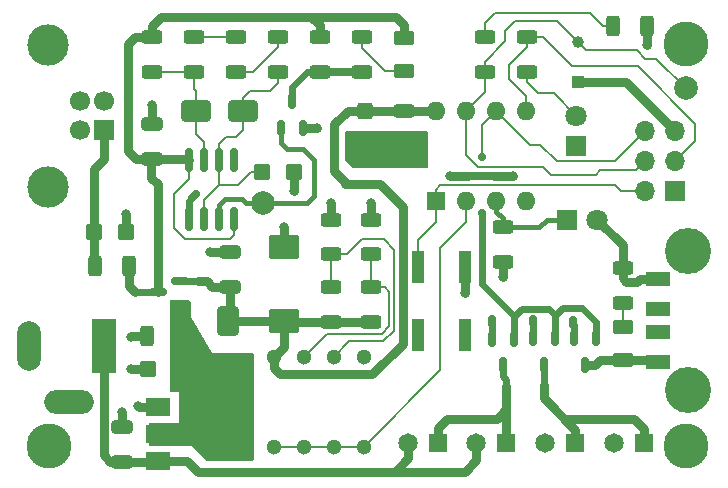
<source format=gbr>
%TF.GenerationSoftware,KiCad,Pcbnew,7.0.5*%
%TF.CreationDate,2023-11-16T23:15:32+01:00*%
%TF.ProjectId,STGSv0.2,53544753-7630-42e3-922e-6b696361645f,rev?*%
%TF.SameCoordinates,Original*%
%TF.FileFunction,Copper,L1,Top*%
%TF.FilePolarity,Positive*%
%FSLAX46Y46*%
G04 Gerber Fmt 4.6, Leading zero omitted, Abs format (unit mm)*
G04 Created by KiCad (PCBNEW 7.0.5) date 2023-11-16 23:15:32*
%MOMM*%
%LPD*%
G01*
G04 APERTURE LIST*
G04 Aperture macros list*
%AMRoundRect*
0 Rectangle with rounded corners*
0 $1 Rounding radius*
0 $2 $3 $4 $5 $6 $7 $8 $9 X,Y pos of 4 corners*
0 Add a 4 corners polygon primitive as box body*
4,1,4,$2,$3,$4,$5,$6,$7,$8,$9,$2,$3,0*
0 Add four circle primitives for the rounded corners*
1,1,$1+$1,$2,$3*
1,1,$1+$1,$4,$5*
1,1,$1+$1,$6,$7*
1,1,$1+$1,$8,$9*
0 Add four rect primitives between the rounded corners*
20,1,$1+$1,$2,$3,$4,$5,0*
20,1,$1+$1,$4,$5,$6,$7,0*
20,1,$1+$1,$6,$7,$8,$9,0*
20,1,$1+$1,$8,$9,$2,$3,0*%
G04 Aperture macros list end*
%TA.AperFunction,SMDPad,CuDef*%
%ADD10RoundRect,0.250000X1.025000X-0.787500X1.025000X0.787500X-1.025000X0.787500X-1.025000X-0.787500X0*%
%TD*%
%TA.AperFunction,SMDPad,CuDef*%
%ADD11RoundRect,0.250000X0.650000X-0.325000X0.650000X0.325000X-0.650000X0.325000X-0.650000X-0.325000X0*%
%TD*%
%TA.AperFunction,ComponentPad*%
%ADD12R,1.800000X1.800000*%
%TD*%
%TA.AperFunction,ComponentPad*%
%ADD13C,1.800000*%
%TD*%
%TA.AperFunction,SMDPad,CuDef*%
%ADD14RoundRect,0.250000X-0.625000X0.312500X-0.625000X-0.312500X0.625000X-0.312500X0.625000X0.312500X0*%
%TD*%
%TA.AperFunction,ComponentPad*%
%ADD15C,1.650000*%
%TD*%
%TA.AperFunction,ComponentPad*%
%ADD16R,1.650000X1.650000*%
%TD*%
%TA.AperFunction,SMDPad,CuDef*%
%ADD17R,2.000000X1.500000*%
%TD*%
%TA.AperFunction,SMDPad,CuDef*%
%ADD18R,2.000000X3.800000*%
%TD*%
%TA.AperFunction,SMDPad,CuDef*%
%ADD19RoundRect,0.150000X-0.150000X0.512500X-0.150000X-0.512500X0.150000X-0.512500X0.150000X0.512500X0*%
%TD*%
%TA.AperFunction,SMDPad,CuDef*%
%ADD20RoundRect,0.250000X0.625000X-0.312500X0.625000X0.312500X-0.625000X0.312500X-0.625000X-0.312500X0*%
%TD*%
%TA.AperFunction,ComponentPad*%
%ADD21R,1.600000X1.600000*%
%TD*%
%TA.AperFunction,ComponentPad*%
%ADD22O,1.600000X1.600000*%
%TD*%
%TA.AperFunction,SMDPad,CuDef*%
%ADD23R,1.000000X2.750000*%
%TD*%
%TA.AperFunction,SMDPad,CuDef*%
%ADD24RoundRect,0.150000X0.150000X-0.512500X0.150000X0.512500X-0.150000X0.512500X-0.150000X-0.512500X0*%
%TD*%
%TA.AperFunction,SMDPad,CuDef*%
%ADD25RoundRect,0.150000X0.150000X-0.825000X0.150000X0.825000X-0.150000X0.825000X-0.150000X-0.825000X0*%
%TD*%
%TA.AperFunction,SMDPad,CuDef*%
%ADD26RoundRect,0.250000X0.312500X0.625000X-0.312500X0.625000X-0.312500X-0.625000X0.312500X-0.625000X0*%
%TD*%
%TA.AperFunction,ComponentPad*%
%ADD27R,1.700000X1.700000*%
%TD*%
%TA.AperFunction,ComponentPad*%
%ADD28C,1.700000*%
%TD*%
%TA.AperFunction,ComponentPad*%
%ADD29C,3.500000*%
%TD*%
%TA.AperFunction,ComponentPad*%
%ADD30C,2.600000*%
%TD*%
%TA.AperFunction,ConnectorPad*%
%ADD31C,3.800000*%
%TD*%
%TA.AperFunction,SMDPad,CuDef*%
%ADD32RoundRect,0.250000X-0.450000X-0.425000X0.450000X-0.425000X0.450000X0.425000X-0.450000X0.425000X0*%
%TD*%
%TA.AperFunction,SMDPad,CuDef*%
%ADD33R,2.000000X1.200000*%
%TD*%
%TA.AperFunction,ComponentPad*%
%ADD34C,3.900000*%
%TD*%
%TA.AperFunction,SMDPad,CuDef*%
%ADD35C,2.000000*%
%TD*%
%TA.AperFunction,SMDPad,CuDef*%
%ADD36RoundRect,0.250000X0.625000X-0.375000X0.625000X0.375000X-0.625000X0.375000X-0.625000X-0.375000X0*%
%TD*%
%TA.AperFunction,SMDPad,CuDef*%
%ADD37RoundRect,0.250000X0.450000X0.425000X-0.450000X0.425000X-0.450000X-0.425000X0.450000X-0.425000X0*%
%TD*%
%TA.AperFunction,ComponentPad*%
%ADD38R,1.000000X1.000000*%
%TD*%
%TA.AperFunction,ComponentPad*%
%ADD39C,1.000000*%
%TD*%
%TA.AperFunction,SMDPad,CuDef*%
%ADD40RoundRect,0.150000X0.587500X0.150000X-0.587500X0.150000X-0.587500X-0.150000X0.587500X-0.150000X0*%
%TD*%
%TA.AperFunction,ComponentPad*%
%ADD41R,2.000000X4.600000*%
%TD*%
%TA.AperFunction,ComponentPad*%
%ADD42O,2.000000X4.200000*%
%TD*%
%TA.AperFunction,ComponentPad*%
%ADD43O,4.200000X2.000000*%
%TD*%
%TA.AperFunction,ComponentPad*%
%ADD44C,1.300000*%
%TD*%
%TA.AperFunction,SMDPad,CuDef*%
%ADD45RoundRect,0.250000X-0.650000X0.325000X-0.650000X-0.325000X0.650000X-0.325000X0.650000X0.325000X0*%
%TD*%
%TA.AperFunction,ComponentPad*%
%ADD46O,1.700000X1.700000*%
%TD*%
%TA.AperFunction,SMDPad,CuDef*%
%ADD47RoundRect,0.250000X1.000000X0.650000X-1.000000X0.650000X-1.000000X-0.650000X1.000000X-0.650000X0*%
%TD*%
%TA.AperFunction,SMDPad,CuDef*%
%ADD48RoundRect,0.250000X-0.650000X1.000000X-0.650000X-1.000000X0.650000X-1.000000X0.650000X1.000000X0*%
%TD*%
%TA.AperFunction,SMDPad,CuDef*%
%ADD49RoundRect,0.250000X-0.425000X0.450000X-0.425000X-0.450000X0.425000X-0.450000X0.425000X0.450000X0*%
%TD*%
%TA.AperFunction,ViaPad*%
%ADD50C,0.800000*%
%TD*%
%TA.AperFunction,ViaPad*%
%ADD51C,0.700000*%
%TD*%
%TA.AperFunction,Conductor*%
%ADD52C,0.200000*%
%TD*%
%TA.AperFunction,Conductor*%
%ADD53C,0.800000*%
%TD*%
%TA.AperFunction,Conductor*%
%ADD54C,0.600000*%
%TD*%
%TA.AperFunction,Conductor*%
%ADD55C,0.700000*%
%TD*%
%TA.AperFunction,Conductor*%
%ADD56C,0.400000*%
%TD*%
G04 APERTURE END LIST*
D10*
%TO.P,C9,1*%
%TO.N,+5V*%
X48895000Y-117412500D03*
%TO.P,C9,2*%
%TO.N,GND*%
X48895000Y-111187500D03*
%TD*%
D11*
%TO.P,C7,1*%
%TO.N,+9V*%
X35255200Y-129338600D03*
%TO.P,C7,2*%
%TO.N,GND*%
X35255200Y-126388600D03*
%TD*%
D12*
%TO.P,D2,1,K*%
%TO.N,GND*%
X73685400Y-102570200D03*
D13*
%TO.P,D2,2,A*%
%TO.N,Net-(D2-A)*%
X73685400Y-100030200D03*
%TD*%
D14*
%TO.P,R7,1*%
%TO.N,Net-(R10-Pad2)*%
X65913000Y-93393800D03*
%TO.P,R7,2*%
%TO.N,SCK*%
X65913000Y-96318800D03*
%TD*%
D15*
%TO.P,J6,1,Pin_1*%
%TO.N,+5V*%
X76911200Y-127762000D03*
D16*
%TO.P,J6,2,Pin_2*%
%TO.N,Net-(J6-Pin_2)*%
X79451200Y-127762000D03*
%TD*%
D11*
%TO.P,C8,1*%
%TO.N,+5V*%
X44323000Y-114505000D03*
%TO.P,C8,2*%
%TO.N,GND*%
X44323000Y-111555000D03*
%TD*%
D17*
%TO.P,U2,1,GND*%
%TO.N,GND*%
X38248200Y-124674600D03*
%TO.P,U2,2,VO*%
%TO.N,+5VL*%
X38248200Y-126974600D03*
D18*
X44548200Y-126974600D03*
D17*
%TO.P,U2,3,VI*%
%TO.N,+9V*%
X38248200Y-129274600D03*
%TD*%
D19*
%TO.P,Q4,1,B*%
%TO.N,MISO*%
X71907400Y-118897400D03*
%TO.P,Q4,2,E*%
%TO.N,GND*%
X70007400Y-118897400D03*
%TO.P,Q4,3,C*%
%TO.N,Net-(J6-Pin_2)*%
X70957400Y-121172400D03*
%TD*%
D20*
%TO.P,R6,1*%
%TO.N,Net-(Q2-C)*%
X55499000Y-96318800D03*
%TO.P,R6,2*%
%TO.N,Net-(D1-K)*%
X55499000Y-93393800D03*
%TD*%
D21*
%TO.P,U1,1,~{RESET}/PB5*%
%TO.N,RST*%
X61808200Y-107254200D03*
D22*
%TO.P,U1,2,XTAL1/PB3*%
%TO.N,ADC3*%
X64348200Y-107254200D03*
%TO.P,U1,3,XTAL2/PB4*%
%TO.N,ADC2*%
X66888200Y-107254200D03*
%TO.P,U1,4,GND*%
%TO.N,GND*%
X69428200Y-107254200D03*
%TO.P,U1,5,AREF/PB0*%
%TO.N,MOSI*%
X69428200Y-99634200D03*
%TO.P,U1,6,PB1*%
%TO.N,MISO*%
X66888200Y-99634200D03*
%TO.P,U1,7,PB2*%
%TO.N,SCK*%
X64348200Y-99634200D03*
%TO.P,U1,8,VCC*%
%TO.N,+5V*%
X61808200Y-99634200D03*
%TD*%
D23*
%TO.P,SW1,1,1*%
%TO.N,unconnected-(SW1-Pad1)*%
X60280798Y-118572001D03*
%TO.P,SW1,2,2*%
%TO.N,RST*%
X60280798Y-112821999D03*
%TO.P,SW1,3,K*%
%TO.N,unconnected-(SW1-K-Pad3)*%
X64280800Y-118572001D03*
%TO.P,SW1,4,A*%
%TO.N,GND*%
X64280800Y-112821999D03*
%TD*%
D24*
%TO.P,Q2,1,B*%
%TO.N,Q*%
X48646000Y-101079300D03*
%TO.P,Q2,2,E*%
%TO.N,GND*%
X50546000Y-101079300D03*
%TO.P,Q2,3,C*%
%TO.N,Net-(Q2-C)*%
X49596000Y-98804300D03*
%TD*%
D25*
%TO.P,U3,1,GND*%
%TO.N,GND*%
X40868600Y-108761300D03*
%TO.P,U3,2,TR*%
%TO.N,Net-(D6-K)*%
X42138600Y-108761300D03*
%TO.P,U3,3,Q*%
%TO.N,Q*%
X43408600Y-108761300D03*
%TO.P,U3,4,R*%
%TO.N,VBUS*%
X44678600Y-108761300D03*
%TO.P,U3,5,CV*%
%TO.N,unconnected-(U3-CV-Pad5)*%
X44678600Y-103811300D03*
%TO.P,U3,6,THR*%
%TO.N,Net-(D6-K)*%
X43408600Y-103811300D03*
%TO.P,U3,7,DIS*%
%TO.N,Net-(D6-A)*%
X42138600Y-103811300D03*
%TO.P,U3,8,VCC*%
%TO.N,VBUS*%
X40868600Y-103811300D03*
%TD*%
D26*
%TO.P,R10,1*%
%TO.N,GND*%
X79694500Y-92456000D03*
%TO.P,R10,2*%
%TO.N,Net-(R10-Pad2)*%
X76769500Y-92456000D03*
%TD*%
D11*
%TO.P,C1,1*%
%TO.N,VBUS*%
X37719000Y-103695500D03*
%TO.P,C1,2*%
%TO.N,GND*%
X37719000Y-100745500D03*
%TD*%
D27*
%TO.P,J1,1,VBUS*%
%TO.N,Net-(J1-VBUS)*%
X33699200Y-101280600D03*
D28*
%TO.P,J1,2,D-*%
%TO.N,unconnected-(J1-D--Pad2)*%
X33699200Y-98780600D03*
%TO.P,J1,3,D+*%
%TO.N,unconnected-(J1-D+-Pad3)*%
X31699200Y-98780600D03*
%TO.P,J1,4,GND*%
%TO.N,GND*%
X31699200Y-101280600D03*
D29*
%TO.P,J1,5,Shield*%
%TO.N,unconnected-(J1-Shield-Pad5)*%
X28989200Y-106050600D03*
X28989200Y-94010600D03*
%TD*%
D14*
%TO.P,R18,1*%
%TO.N,+5V*%
X77622400Y-112939100D03*
%TO.P,R18,2*%
%TO.N,Net-(D5-A)*%
X77622400Y-115864100D03*
%TD*%
D20*
%TO.P,R17,1*%
%TO.N,GND*%
X67437000Y-112409700D03*
%TO.P,R17,2*%
%TO.N,ADC2*%
X67437000Y-109484700D03*
%TD*%
D30*
%TO.P,H1,1,1*%
%TO.N,unconnected-(H1-Pad1)*%
X29000000Y-128000000D03*
D31*
X29000000Y-128000000D03*
%TD*%
D30*
%TO.P,H2,1,1*%
%TO.N,unconnected-(H2-Pad1)*%
X83000000Y-128000000D03*
D31*
X83000000Y-128000000D03*
%TD*%
D14*
%TO.P,R14,1*%
%TO.N,GND*%
X56335400Y-108858600D03*
%TO.P,R14,2*%
%TO.N,Net-(S1-NO_3)*%
X56335400Y-111783600D03*
%TD*%
D32*
%TO.P,C5,1*%
%TO.N,Net-(J1-VBUS)*%
X32874500Y-109855000D03*
%TO.P,C5,2*%
%TO.N,GND*%
X35574500Y-109855000D03*
%TD*%
D15*
%TO.P,J7,1,Pin_1*%
%TO.N,+5V*%
X71069200Y-127762000D03*
D16*
%TO.P,J7,2,Pin_2*%
%TO.N,Net-(J6-Pin_2)*%
X73609200Y-127762000D03*
%TD*%
D30*
%TO.P,H3,1,1*%
%TO.N,unconnected-(H3-Pad1)*%
X83000000Y-94000000D03*
D31*
X83000000Y-94000000D03*
%TD*%
D20*
%TO.P,R4,1*%
%TO.N,Net-(D6-K)*%
X48387000Y-96318800D03*
%TO.P,R4,2*%
%TO.N,Net-(R3-Pad1)*%
X48387000Y-93393800D03*
%TD*%
D33*
%TO.P,J8,1,1*%
%TO.N,+5V*%
X80562400Y-113873400D03*
%TO.P,J8,2,2*%
%TO.N,unconnected-(J8-Pad2)*%
X80562400Y-116373400D03*
%TO.P,J8,3,3*%
%TO.N,unconnected-(J8-Pad3)*%
X80562400Y-118373400D03*
%TO.P,J8,4,4*%
%TO.N,Net-(D5-K)*%
X80562400Y-120873400D03*
D34*
%TO.P,J8,MH1,MH1*%
%TO.N,unconnected-(J8-PadMH1)*%
X83162400Y-111523400D03*
%TO.P,J8,MH2,MH2*%
%TO.N,unconnected-(J8-PadMH2)*%
X83162400Y-123223400D03*
%TD*%
D26*
%TO.P,R11,1*%
%TO.N,VBUS*%
X35814000Y-112776000D03*
%TO.P,R11,2*%
%TO.N,Net-(J1-VBUS)*%
X32889000Y-112776000D03*
%TD*%
D35*
%TO.P,TP1,1,1*%
%TO.N,Q*%
X47142400Y-107391200D03*
%TD*%
D36*
%TO.P,D5,1,K*%
%TO.N,Net-(D5-K)*%
X77622400Y-120754600D03*
%TO.P,D5,2,A*%
%TO.N,Net-(D5-A)*%
X77622400Y-117954600D03*
%TD*%
%TO.P,D1,1,K*%
%TO.N,Net-(D1-K)*%
X59055000Y-96256300D03*
%TO.P,D1,2,A*%
%TO.N,VBUS*%
X59055000Y-93456300D03*
%TD*%
D37*
%TO.P,C6,1*%
%TO.N,+5VL*%
X40081200Y-121513600D03*
%TO.P,C6,2*%
%TO.N,GND*%
X37381200Y-121513600D03*
%TD*%
D19*
%TO.P,Q5,1,B*%
%TO.N,MISO*%
X75351600Y-118885500D03*
%TO.P,Q5,2,E*%
%TO.N,GND*%
X73451600Y-118885500D03*
%TO.P,Q5,3,C*%
%TO.N,Net-(D5-K)*%
X74401600Y-121160500D03*
%TD*%
D38*
%TO.P,R9,1*%
%TO.N,+5V*%
X73787000Y-97180400D03*
D39*
%TO.P,R9,2*%
%TO.N,SCK*%
X73787000Y-93776800D03*
%TD*%
D20*
%TO.P,R3,1*%
%TO.N,Net-(R3-Pad1)*%
X44831000Y-96318800D03*
%TO.P,R3,2*%
%TO.N,Net-(R2-Pad1)*%
X44831000Y-93393800D03*
%TD*%
D14*
%TO.P,R1,1*%
%TO.N,VBUS*%
X37719000Y-93393800D03*
%TO.P,R1,2*%
%TO.N,Net-(D6-A)*%
X37719000Y-96318800D03*
%TD*%
D40*
%TO.P,Q1,1,G*%
%TO.N,+5VL*%
X40132000Y-115946000D03*
%TO.P,Q1,2,S*%
%TO.N,+5V*%
X40132000Y-114046000D03*
%TO.P,Q1,3,D*%
%TO.N,VBUS*%
X38257000Y-114996000D03*
%TD*%
D19*
%TO.P,Q3,1,B*%
%TO.N,MISO*%
X68437800Y-118902900D03*
%TO.P,Q3,2,E*%
%TO.N,GND*%
X66537800Y-118902900D03*
%TO.P,Q3,3,C*%
%TO.N,Net-(J4-Pin_2)*%
X67487800Y-121177900D03*
%TD*%
D26*
%TO.P,R12,1*%
%TO.N,+5VL*%
X40273700Y-118719600D03*
%TO.P,R12,2*%
%TO.N,GND*%
X37348700Y-118719600D03*
%TD*%
D20*
%TO.P,R8,1*%
%TO.N,Net-(D2-A)*%
X69469000Y-96318800D03*
%TO.P,R8,2*%
%TO.N,MOSI*%
X69469000Y-93393800D03*
%TD*%
%TO.P,R5,1*%
%TO.N,Net-(Q2-C)*%
X51943000Y-96318800D03*
%TO.P,R5,2*%
%TO.N,VBUS*%
X51943000Y-93393800D03*
%TD*%
D14*
%TO.P,R13,1*%
%TO.N,GND*%
X52906400Y-108858600D03*
%TO.P,R13,2*%
%TO.N,Net-(S1-NO_2)*%
X52906400Y-111783600D03*
%TD*%
D41*
%TO.P,J2,1*%
%TO.N,+9V*%
X33655000Y-119507000D03*
D42*
%TO.P,J2,2*%
%TO.N,GND*%
X27355000Y-119507000D03*
D43*
%TO.P,J2,3*%
X30755000Y-124307000D03*
%TD*%
D32*
%TO.P,C2,1*%
%TO.N,Net-(D6-K)*%
X47062400Y-104813100D03*
%TO.P,C2,2*%
%TO.N,GND*%
X49762400Y-104813100D03*
%TD*%
D44*
%TO.P,S1,1,COM_1*%
%TO.N,ADC3*%
X48056800Y-128066800D03*
%TO.P,S1,2,COM_2*%
X50596800Y-128066800D03*
%TO.P,S1,3,COM_3*%
X53136800Y-128066800D03*
%TO.P,S1,4,COM_4*%
X55676800Y-128066800D03*
%TO.P,S1,5,NO_1*%
%TO.N,GND*%
X55676800Y-120446800D03*
%TO.P,S1,6,NO_2*%
%TO.N,Net-(S1-NO_2)*%
X53136800Y-120446800D03*
%TO.P,S1,7,NO_3*%
%TO.N,Net-(S1-NO_3)*%
X50596800Y-120446800D03*
%TO.P,S1,8,NO_4*%
%TO.N,+5V*%
X48056800Y-120446800D03*
%TD*%
D35*
%TO.P,TP2,1,1*%
%TO.N,SCK*%
X82931000Y-97688400D03*
%TD*%
D14*
%TO.P,R16,1*%
%TO.N,Net-(S1-NO_3)*%
X56337200Y-114539300D03*
%TO.P,R16,2*%
%TO.N,+5V*%
X56337200Y-117464300D03*
%TD*%
D45*
%TO.P,C4,1*%
%TO.N,+5V*%
X59070400Y-99627000D03*
%TO.P,C4,2*%
%TO.N,GND*%
X59070400Y-102577000D03*
%TD*%
D46*
%TO.P,J3,1,MISO*%
%TO.N,MISO*%
X79522400Y-101346000D03*
%TO.P,J3,2,VCC*%
%TO.N,+5V*%
X82062400Y-101346000D03*
%TO.P,J3,3,SCK*%
%TO.N,SCK*%
X79522400Y-103886000D03*
%TO.P,J3,4,MOSI*%
%TO.N,MOSI*%
X82062400Y-103886000D03*
%TO.P,J3,5,~{RST}*%
%TO.N,RST*%
X79522400Y-106426000D03*
D27*
%TO.P,J3,6,GND*%
%TO.N,GND*%
X82062400Y-106426000D03*
%TD*%
D12*
%TO.P,D3,1,K*%
%TO.N,ADC2*%
X72923400Y-108864400D03*
D13*
%TO.P,D3,2,A*%
%TO.N,+5V*%
X75463400Y-108864400D03*
%TD*%
D15*
%TO.P,J5,1,Pin_1*%
%TO.N,+9V*%
X65227200Y-127762000D03*
D16*
%TO.P,J5,2,Pin_2*%
%TO.N,Net-(J4-Pin_2)*%
X67767200Y-127762000D03*
%TD*%
D15*
%TO.P,J4,1,Pin_1*%
%TO.N,+9V*%
X59410600Y-127762000D03*
D16*
%TO.P,J4,2,Pin_2*%
%TO.N,Net-(J4-Pin_2)*%
X61950600Y-127762000D03*
%TD*%
D14*
%TO.P,R2,1*%
%TO.N,Net-(R2-Pad1)*%
X41275000Y-93393800D03*
%TO.P,R2,2*%
%TO.N,Net-(D6-A)*%
X41275000Y-96318800D03*
%TD*%
D47*
%TO.P,D6,1,K*%
%TO.N,Net-(D6-K)*%
X45466000Y-99656900D03*
%TO.P,D6,2,A*%
%TO.N,Net-(D6-A)*%
X41466000Y-99656900D03*
%TD*%
D14*
%TO.P,R15,1*%
%TO.N,Net-(S1-NO_2)*%
X52908200Y-114539300D03*
%TO.P,R15,2*%
%TO.N,+5V*%
X52908200Y-117464300D03*
%TD*%
D48*
%TO.P,D4,1,K*%
%TO.N,+5V*%
X44196000Y-117432600D03*
%TO.P,D4,2,A*%
%TO.N,+5VL*%
X44196000Y-121432600D03*
%TD*%
D49*
%TO.P,C3,1*%
%TO.N,+5V*%
X55768400Y-99616100D03*
%TO.P,C3,2*%
%TO.N,GND*%
X55768400Y-102316100D03*
%TD*%
D50*
%TO.N,GND*%
X52906400Y-107461600D03*
X68326000Y-105156000D03*
X37719000Y-99136200D03*
X35560000Y-108331000D03*
X58387400Y-103870600D03*
D51*
X66522600Y-117221000D03*
D50*
X42697400Y-111556800D03*
X56335400Y-107461600D03*
X49784000Y-106426000D03*
X79694500Y-94041500D03*
D51*
X41465500Y-106692700D03*
D50*
X63017400Y-105156000D03*
X36017200Y-118745000D03*
X67437000Y-113675700D03*
X51689000Y-101092000D03*
X36017200Y-121513600D03*
D51*
X70002400Y-117221000D03*
X66700400Y-105156000D03*
D50*
X59887400Y-103870600D03*
D51*
X64516000Y-105156000D03*
D50*
X36601400Y-124637800D03*
X56887400Y-103870600D03*
X64262000Y-115062000D03*
X48895000Y-109423200D03*
D51*
X73431400Y-117348000D03*
D50*
X55387400Y-103870600D03*
X35255200Y-125145800D03*
D51*
%TO.N,MISO*%
X65659000Y-103505000D03*
X65659000Y-108280200D03*
%TD*%
D52*
%TO.N,Net-(D6-K)*%
X43408600Y-105867200D02*
X43395900Y-105879900D01*
X43408600Y-103811300D02*
X43408600Y-105867200D01*
X46126400Y-104813100D02*
X46937400Y-104813100D01*
X45059600Y-105879900D02*
X46126400Y-104813100D01*
X43395900Y-105879900D02*
X45059600Y-105879900D01*
X42138600Y-107137200D02*
X43395900Y-105879900D01*
X42138600Y-108761300D02*
X42138600Y-107137200D01*
D53*
%TO.N,+5V*%
X44216100Y-117412500D02*
X44196000Y-117432600D01*
X42418000Y-114046000D02*
X42877000Y-114505000D01*
X59029600Y-119329200D02*
X59029600Y-107746800D01*
X78841600Y-114096800D02*
X79065000Y-113873400D01*
X79065000Y-113873400D02*
X80562400Y-113873400D01*
X77622400Y-113817400D02*
X77901800Y-114096800D01*
X54127400Y-105816400D02*
X54127400Y-105689400D01*
X53162200Y-100761800D02*
X54307900Y-99616100D01*
X44323000Y-114505000D02*
X44323000Y-117305600D01*
D54*
X40132000Y-114046000D02*
X41656000Y-114046000D01*
D53*
X77622400Y-111023400D02*
X75463400Y-108864400D01*
X77622400Y-112939100D02*
X77622400Y-113817400D01*
X56413400Y-121945400D02*
X59029600Y-119329200D01*
X77896800Y-97180400D02*
X73787000Y-97180400D01*
X41656000Y-114046000D02*
X42418000Y-114046000D01*
X59059500Y-99616100D02*
X59070400Y-99627000D01*
X61801000Y-99627000D02*
X61808200Y-99634200D01*
X59070400Y-99627000D02*
X61801000Y-99627000D01*
X49479200Y-117476800D02*
X52895700Y-117476800D01*
X82062400Y-101346000D02*
X77896800Y-97180400D01*
X49460400Y-117458000D02*
X49479200Y-117476800D01*
X48590200Y-121945400D02*
X56413400Y-121945400D01*
X42877000Y-114505000D02*
X44323000Y-114505000D01*
X48056800Y-120446800D02*
X48056800Y-121412000D01*
X77901800Y-114096800D02*
X78841600Y-114096800D01*
X77622400Y-112939100D02*
X77622400Y-111023400D01*
X53162200Y-104724200D02*
X53162200Y-100761800D01*
X48895000Y-119608600D02*
X48056800Y-120446800D01*
X48056800Y-121412000D02*
X48590200Y-121945400D01*
X48895000Y-117412500D02*
X44216100Y-117412500D01*
X44323000Y-117305600D02*
X44196000Y-117432600D01*
X57099200Y-105816400D02*
X54127400Y-105816400D01*
X59029600Y-107746800D02*
X57099200Y-105816400D01*
X55768400Y-99616100D02*
X59059500Y-99616100D01*
X54127400Y-105689400D02*
X53162200Y-104724200D01*
X48895000Y-117412500D02*
X48895000Y-119608600D01*
X54307900Y-99616100D02*
X55768400Y-99616100D01*
X52908200Y-117464300D02*
X56337200Y-117464300D01*
%TO.N,GND*%
X52906400Y-108858600D02*
X52906400Y-107461600D01*
D54*
X40868600Y-108761300D02*
X40868600Y-107289600D01*
D53*
X48895000Y-111187500D02*
X48895000Y-109423200D01*
X66700400Y-105156000D02*
X68326000Y-105156000D01*
D54*
X73451600Y-117800000D02*
X73431400Y-117779800D01*
D53*
X37348700Y-118719600D02*
X36042600Y-118719600D01*
X37381200Y-121513600D02*
X36017200Y-121513600D01*
D54*
X70002400Y-117627400D02*
X70007400Y-117632400D01*
D53*
X51676300Y-101079300D02*
X51689000Y-101092000D01*
X64280800Y-115043200D02*
X64262000Y-115062000D01*
D54*
X66537800Y-118902900D02*
X66537800Y-117693400D01*
D53*
X50546000Y-101079300D02*
X51676300Y-101079300D01*
D55*
X73431400Y-117348000D02*
X73431400Y-117779800D01*
D53*
X37719000Y-100745500D02*
X37719000Y-99136200D01*
X49762400Y-106404400D02*
X49784000Y-106426000D01*
X64516000Y-105156000D02*
X63017400Y-105156000D01*
X35574500Y-108345500D02*
X35560000Y-108331000D01*
D54*
X70007400Y-117632400D02*
X70007400Y-118897400D01*
D53*
X38248200Y-124674600D02*
X36638200Y-124674600D01*
X67437000Y-112409700D02*
X67437000Y-113675700D01*
D55*
X70002400Y-117221000D02*
X70002400Y-117627400D01*
X64516000Y-105156000D02*
X66700400Y-105156000D01*
X66522600Y-117221000D02*
X66522600Y-117678200D01*
D54*
X73451600Y-118885500D02*
X73451600Y-117800000D01*
D53*
X44450000Y-111555000D02*
X42699200Y-111555000D01*
X37070000Y-124700000D02*
X37033200Y-124663200D01*
X35574500Y-109855000D02*
X35574500Y-108345500D01*
X79694500Y-94041500D02*
X79694500Y-92456000D01*
X56335400Y-108858600D02*
X56335400Y-107461600D01*
D55*
X41465500Y-106692700D02*
X41135300Y-107022900D01*
D53*
X35255200Y-126388600D02*
X35255200Y-125145800D01*
D54*
X40868600Y-107289600D02*
X41135300Y-107022900D01*
D53*
X64280800Y-112821999D02*
X64280800Y-115043200D01*
X42699200Y-111555000D02*
X42697400Y-111556800D01*
X49762400Y-104813100D02*
X49762400Y-106404400D01*
%TO.N,Net-(D5-K)*%
X74401600Y-121160500D02*
X75257700Y-121160500D01*
X80443600Y-120754600D02*
X80562400Y-120873400D01*
X75257700Y-121160500D02*
X75663600Y-120754600D01*
X75663600Y-120754600D02*
X77622400Y-120754600D01*
X77622400Y-120754600D02*
X80443600Y-120754600D01*
D52*
%TO.N,MOSI*%
X69469000Y-94234000D02*
X69469000Y-93393800D01*
X67945000Y-95758000D02*
X69469000Y-94234000D01*
X82062400Y-103886000D02*
X83769200Y-102179200D01*
X83769200Y-100761800D02*
X78867000Y-95859600D01*
X83769200Y-102179200D02*
X83769200Y-100761800D01*
X70838600Y-93393800D02*
X73304400Y-95859600D01*
X73304400Y-95859600D02*
X73558400Y-95859600D01*
X78867000Y-95859600D02*
X73558400Y-95859600D01*
X69469000Y-93393800D02*
X70838600Y-93393800D01*
X69428200Y-98384200D02*
X67945000Y-96901000D01*
X67945000Y-96901000D02*
X67945000Y-95758000D01*
X69428200Y-99634200D02*
X69428200Y-98384200D01*
%TO.N,Net-(D5-A)*%
X77622400Y-117954600D02*
X77622400Y-115864100D01*
D56*
%TO.N,ADC2*%
X70550500Y-109484700D02*
X71170800Y-108864400D01*
X67437000Y-109484700D02*
X70550500Y-109484700D01*
X67437000Y-109484700D02*
X67437000Y-108737400D01*
X66888200Y-108188600D02*
X66888200Y-107254200D01*
X71170800Y-108864400D02*
X72923400Y-108864400D01*
X67437000Y-108737400D02*
X66888200Y-108188600D01*
D52*
%TO.N,MISO*%
X65659000Y-100838000D02*
X66862800Y-99634200D01*
D54*
X71907400Y-116941600D02*
X71336800Y-116371000D01*
X71907400Y-116941600D02*
X71907400Y-118897400D01*
D52*
X66888200Y-99634200D02*
X69743000Y-102489000D01*
D54*
X68437800Y-117028000D02*
X68437800Y-118902900D01*
D52*
X65659000Y-103505000D02*
X65659000Y-100838000D01*
X70612000Y-102489000D02*
X72009000Y-103886000D01*
X76982400Y-103886000D02*
X79522400Y-101346000D01*
X72009000Y-103886000D02*
X76982400Y-103886000D01*
D54*
X71336800Y-116371000D02*
X69094800Y-116371000D01*
X65659000Y-114249200D02*
X68437800Y-117028000D01*
X75351600Y-117515600D02*
X74142600Y-116306600D01*
D52*
X66862800Y-99634200D02*
X66888200Y-99634200D01*
D54*
X69094800Y-116371000D02*
X68437800Y-117028000D01*
X72542400Y-116306600D02*
X71907400Y-116941600D01*
X74142600Y-116306600D02*
X72542400Y-116306600D01*
X65659000Y-108280200D02*
X65659000Y-114249200D01*
X75351600Y-118885500D02*
X75351600Y-117515600D01*
D52*
X69743000Y-102489000D02*
X70612000Y-102489000D01*
%TO.N,SCK*%
X75666600Y-104673400D02*
X78735000Y-104673400D01*
X67665600Y-93726000D02*
X65913000Y-95478600D01*
X65913000Y-98069400D02*
X65913000Y-96318800D01*
X75311000Y-105029000D02*
X75666600Y-104673400D01*
X65379600Y-104394000D02*
X70866000Y-104394000D01*
X74498200Y-94488000D02*
X78816200Y-94488000D01*
X73787000Y-93776800D02*
X72034400Y-92024200D01*
X68478400Y-92024200D02*
X67665600Y-92837000D01*
X72034400Y-92024200D02*
X68478400Y-92024200D01*
X64348200Y-103362600D02*
X65379600Y-104394000D01*
X71501000Y-105029000D02*
X75311000Y-105029000D01*
X64348200Y-99634200D02*
X64348200Y-103362600D01*
X73787000Y-93776800D02*
X74498200Y-94488000D01*
X78816200Y-94488000D02*
X79527400Y-95199200D01*
X64348200Y-99634200D02*
X65913000Y-98069400D01*
X67665600Y-92837000D02*
X67665600Y-93726000D01*
X80441800Y-95199200D02*
X82931000Y-97688400D01*
X65913000Y-95478600D02*
X65913000Y-96318800D01*
X79527400Y-95199200D02*
X80441800Y-95199200D01*
X78735000Y-104673400D02*
X79522400Y-103886000D01*
X70866000Y-104394000D02*
X71501000Y-105029000D01*
%TO.N,RST*%
X76962000Y-105943400D02*
X77444600Y-106426000D01*
X60280798Y-110585002D02*
X61808200Y-109057600D01*
X61808200Y-109057600D02*
X61808200Y-107254200D01*
X77444600Y-106426000D02*
X79522400Y-106426000D01*
X62153800Y-105943400D02*
X76962000Y-105943400D01*
X61808200Y-106289000D02*
X62153800Y-105943400D01*
X60280798Y-112821999D02*
X60280798Y-110585002D01*
X61808200Y-107254200D02*
X61808200Y-106289000D01*
%TO.N,Net-(D6-K)*%
X43992800Y-101854000D02*
X44856400Y-101854000D01*
X45466000Y-99656900D02*
X45466000Y-98501200D01*
X47726600Y-97917000D02*
X48387000Y-97256600D01*
X48387000Y-97256600D02*
X48387000Y-96318800D01*
X46050200Y-97917000D02*
X47726600Y-97917000D01*
X44856400Y-101854000D02*
X45466000Y-101244400D01*
X43408600Y-103811300D02*
X43408600Y-102438200D01*
X43408600Y-102438200D02*
X43992800Y-101854000D01*
X45466000Y-101244400D02*
X45466000Y-99656900D01*
X45466000Y-98501200D02*
X46050200Y-97917000D01*
%TO.N,Net-(D6-A)*%
X41275000Y-96318800D02*
X41275000Y-97739200D01*
X41452800Y-101549200D02*
X41466000Y-101536000D01*
X41466000Y-97930200D02*
X41466000Y-99656900D01*
X42138600Y-103811300D02*
X42138600Y-102235000D01*
X37719000Y-96318800D02*
X41275000Y-96318800D01*
X41466000Y-101536000D02*
X41466000Y-99656900D01*
X42138600Y-102235000D02*
X41452800Y-101549200D01*
X41275000Y-97739200D02*
X41466000Y-97930200D01*
D53*
%TO.N,Net-(J6-Pin_2)*%
X78587600Y-125730000D02*
X79451200Y-126593600D01*
X70957400Y-122809000D02*
X70957400Y-123967200D01*
D54*
X70957400Y-122809000D02*
X70957400Y-121172400D01*
D53*
X70957400Y-123967200D02*
X73609200Y-126619000D01*
X73609200Y-126619000D02*
X73609200Y-127762000D01*
X72745600Y-125730000D02*
X78587600Y-125730000D01*
X72732900Y-125742700D02*
X72745600Y-125730000D01*
X79451200Y-126593600D02*
X79451200Y-127762000D01*
D56*
%TO.N,Q*%
X43916600Y-107048300D02*
X45377100Y-107048300D01*
X48646000Y-102344300D02*
X48641000Y-102349300D01*
X45720000Y-107391200D02*
X47142400Y-107391200D01*
X49149000Y-102857300D02*
X50546000Y-102857300D01*
X50850800Y-107391200D02*
X51435000Y-106807000D01*
X50546000Y-102857300D02*
X51435000Y-103746300D01*
X43408600Y-107556300D02*
X43916600Y-107048300D01*
X51435000Y-103746300D02*
X51435000Y-106807000D01*
X48646000Y-101079300D02*
X48646000Y-102344300D01*
X45377100Y-107048300D02*
X45720000Y-107391200D01*
X43408600Y-108761300D02*
X43408600Y-107556300D01*
X47142400Y-107391200D02*
X50850800Y-107391200D01*
X48641000Y-102349300D02*
X49149000Y-102857300D01*
D52*
%TO.N,ADC3*%
X50596800Y-128066800D02*
X53136800Y-128066800D01*
X62179200Y-111226600D02*
X64348200Y-109057600D01*
X64348200Y-109057600D02*
X64348200Y-107254200D01*
X53136800Y-128066800D02*
X55676800Y-128066800D01*
X48056800Y-128066800D02*
X50596800Y-128066800D01*
X55676800Y-128066800D02*
X62179200Y-121564400D01*
X62179200Y-121564400D02*
X62179200Y-111226600D01*
%TO.N,Net-(S1-NO_3)*%
X57835800Y-114935000D02*
X57835800Y-117856000D01*
X56337200Y-114539300D02*
X57440100Y-114539300D01*
X52552600Y-118491000D02*
X50596800Y-120446800D01*
X57440100Y-114539300D02*
X57835800Y-114935000D01*
X57200800Y-118491000D02*
X52552600Y-118491000D01*
X57835800Y-117856000D02*
X57200800Y-118491000D01*
X56337200Y-114539300D02*
X56337200Y-111785400D01*
%TO.N,Net-(S1-NO_2)*%
X54279800Y-111760000D02*
X55524400Y-110515400D01*
X58267600Y-118237000D02*
X57353200Y-119151400D01*
X58267600Y-111379000D02*
X58267600Y-118237000D01*
X55524400Y-110515400D02*
X57404000Y-110515400D01*
X54432200Y-119151400D02*
X53136800Y-120446800D01*
X52930000Y-111760000D02*
X54279800Y-111760000D01*
X52908200Y-114539300D02*
X52908200Y-111785400D01*
X57353200Y-119151400D02*
X54432200Y-119151400D01*
X57404000Y-110515400D02*
X58267600Y-111379000D01*
D53*
%TO.N,Net-(J4-Pin_2)*%
X67767200Y-124891800D02*
X67767200Y-122910600D01*
X61950600Y-127762000D02*
X61950600Y-126492000D01*
X61950600Y-126492000D02*
X62712600Y-125730000D01*
D54*
X67767200Y-122377200D02*
X67767200Y-122910600D01*
D53*
X67767200Y-127762000D02*
X67767200Y-124891800D01*
X66929000Y-125730000D02*
X67767200Y-124891800D01*
D54*
X67487800Y-122097800D02*
X67767200Y-122377200D01*
D53*
X62712600Y-125730000D02*
X66929000Y-125730000D01*
D54*
X67487800Y-121177900D02*
X67487800Y-122097800D01*
D53*
%TO.N,VBUS*%
X59055000Y-92316300D02*
X59055000Y-93456300D01*
D52*
X39624000Y-106680000D02*
X40868600Y-105435400D01*
D53*
X51943000Y-92329000D02*
X51943000Y-93393800D01*
D52*
X40538400Y-110451900D02*
X39624000Y-109537500D01*
D53*
X58407300Y-91668600D02*
X59055000Y-92316300D01*
X38519100Y-91643200D02*
X51244500Y-91643200D01*
D52*
X44678600Y-110121700D02*
X44348400Y-110451900D01*
X40868600Y-105435400D02*
X40868600Y-103811300D01*
D54*
X36383000Y-114996000D02*
X36322000Y-114935000D01*
D53*
X51269900Y-91668600D02*
X58407300Y-91668600D01*
X37693600Y-103720900D02*
X37719000Y-103695500D01*
X40752800Y-103695500D02*
X40868600Y-103811300D01*
X35814000Y-114071400D02*
X35814000Y-112776000D01*
X51244500Y-91643200D02*
X51269900Y-91668600D01*
X37706300Y-103682800D02*
X36398200Y-103682800D01*
X36398200Y-103682800D02*
X35763200Y-103047800D01*
X37719000Y-103695500D02*
X40752800Y-103695500D01*
X35814000Y-114071400D02*
X35814000Y-114427000D01*
X51244500Y-91643200D02*
X51257200Y-91643200D01*
X35814000Y-114427000D02*
X36322000Y-114935000D01*
X36298600Y-93393800D02*
X37719000Y-93393800D01*
X37719000Y-92443300D02*
X38519100Y-91643200D01*
X51257200Y-91643200D02*
X51943000Y-92329000D01*
X38257000Y-114996000D02*
X38257000Y-105846400D01*
X38257000Y-105846400D02*
X37693600Y-105283000D01*
X37719000Y-103695500D02*
X37706300Y-103682800D01*
D52*
X39624000Y-109537500D02*
X39624000Y-106680000D01*
X44348400Y-110451900D02*
X40538400Y-110451900D01*
D53*
X35763200Y-93929200D02*
X36298600Y-93393800D01*
D54*
X38257000Y-114996000D02*
X36383000Y-114996000D01*
D53*
X37719000Y-93393800D02*
X37719000Y-92443300D01*
X35763200Y-103047800D02*
X35763200Y-93929200D01*
D52*
X44678600Y-108761300D02*
X44678600Y-110121700D01*
D53*
X37693600Y-105283000D02*
X37693600Y-103720900D01*
%TO.N,Net-(J1-VBUS)*%
X32874500Y-104539500D02*
X32874500Y-109855000D01*
X33699200Y-103714800D02*
X32874500Y-104539500D01*
X33699200Y-101280600D02*
X33699200Y-103714800D01*
X32874500Y-112761500D02*
X32889000Y-112776000D01*
X32874500Y-109855000D02*
X32874500Y-112761500D01*
%TO.N,+9V*%
X59410600Y-129057400D02*
X59410600Y-127762000D01*
X58293000Y-130175000D02*
X59410600Y-129057400D01*
X41656000Y-130175000D02*
X58293000Y-130175000D01*
X33655000Y-119507000D02*
X33655000Y-128778000D01*
X38248200Y-129274600D02*
X40755600Y-129274600D01*
X40755600Y-129274600D02*
X41656000Y-130175000D01*
X33655000Y-128778000D02*
X34215600Y-129338600D01*
X64262000Y-130175000D02*
X65227200Y-129209800D01*
X35683200Y-129338600D02*
X38184200Y-129338600D01*
X65227200Y-129209800D02*
X65227200Y-127762000D01*
X34215600Y-129338600D02*
X35255200Y-129338600D01*
X58293000Y-130175000D02*
X64262000Y-130175000D01*
D52*
%TO.N,Net-(D1-K)*%
X55499000Y-94272100D02*
X55499000Y-93393800D01*
X59055000Y-96256300D02*
X57483200Y-96256300D01*
X57483200Y-96256300D02*
X55499000Y-94272100D01*
D54*
%TO.N,Net-(Q2-C)*%
X49596000Y-98804300D02*
X49596000Y-97584300D01*
X50861500Y-96318800D02*
X51943000Y-96318800D01*
D55*
X55499000Y-96318800D02*
X51943000Y-96318800D01*
D54*
X49596000Y-97584300D02*
X50861500Y-96318800D01*
D52*
%TO.N,Net-(R2-Pad1)*%
X44831000Y-93393800D02*
X41275000Y-93393800D01*
%TO.N,Net-(R3-Pad1)*%
X48387000Y-94195900D02*
X48387000Y-93393800D01*
X44831000Y-96318800D02*
X46264100Y-96318800D01*
X46264100Y-96318800D02*
X48387000Y-94195900D01*
%TO.N,Net-(R10-Pad2)*%
X65913000Y-92202000D02*
X66776600Y-91338400D01*
X65913000Y-93393800D02*
X65913000Y-92202000D01*
X74828400Y-91338400D02*
X75946000Y-92456000D01*
X75946000Y-92456000D02*
X76769500Y-92456000D01*
X66776600Y-91338400D02*
X74828400Y-91338400D01*
%TO.N,Net-(D2-A)*%
X69469000Y-97180400D02*
X70434200Y-98145600D01*
X70434200Y-98145600D02*
X71800800Y-98145600D01*
X71800800Y-98145600D02*
X73685400Y-100030200D01*
X69469000Y-96318800D02*
X69469000Y-97180400D01*
%TD*%
%TA.AperFunction,Conductor*%
%TO.N,GND*%
G36*
X61045439Y-101350285D02*
G01*
X61091194Y-101403089D01*
X61102400Y-101454600D01*
X61102400Y-104381600D01*
X61082715Y-104448639D01*
X61029911Y-104494394D01*
X60978400Y-104505600D01*
X54803762Y-104505600D01*
X54736723Y-104485915D01*
X54716081Y-104469281D01*
X54153719Y-103906919D01*
X54120234Y-103845596D01*
X54117400Y-103819238D01*
X54117400Y-101454600D01*
X54137085Y-101387561D01*
X54189889Y-101341806D01*
X54241400Y-101330600D01*
X60978400Y-101330600D01*
X61045439Y-101350285D01*
G37*
%TD.AperFunction*%
%TD*%
%TA.AperFunction,Conductor*%
%TO.N,+5VL*%
G36*
X40964039Y-115691285D02*
G01*
X41009794Y-115744089D01*
X41021000Y-115795600D01*
X41021000Y-117068600D01*
X42799000Y-120116600D01*
X46231000Y-120116600D01*
X46298039Y-120136285D01*
X46343794Y-120189089D01*
X46355000Y-120240600D01*
X46355000Y-129150500D01*
X46335315Y-129217539D01*
X46282511Y-129263294D01*
X46231000Y-129274500D01*
X42469852Y-129274500D01*
X42402813Y-129254815D01*
X42386062Y-129241907D01*
X41021000Y-127990600D01*
X37589000Y-127990600D01*
X37521961Y-127970915D01*
X37476206Y-127918111D01*
X37465000Y-127866600D01*
X37465000Y-126209600D01*
X37484685Y-126142561D01*
X37537489Y-126096806D01*
X37589000Y-126085600D01*
X40005000Y-126085600D01*
X40005000Y-123418600D01*
X39367000Y-123418600D01*
X39299961Y-123398915D01*
X39254206Y-123346111D01*
X39243000Y-123294600D01*
X39243000Y-115795600D01*
X39262685Y-115728561D01*
X39315489Y-115682806D01*
X39367000Y-115671600D01*
X40897000Y-115671600D01*
X40964039Y-115691285D01*
G37*
%TD.AperFunction*%
%TD*%
M02*

</source>
